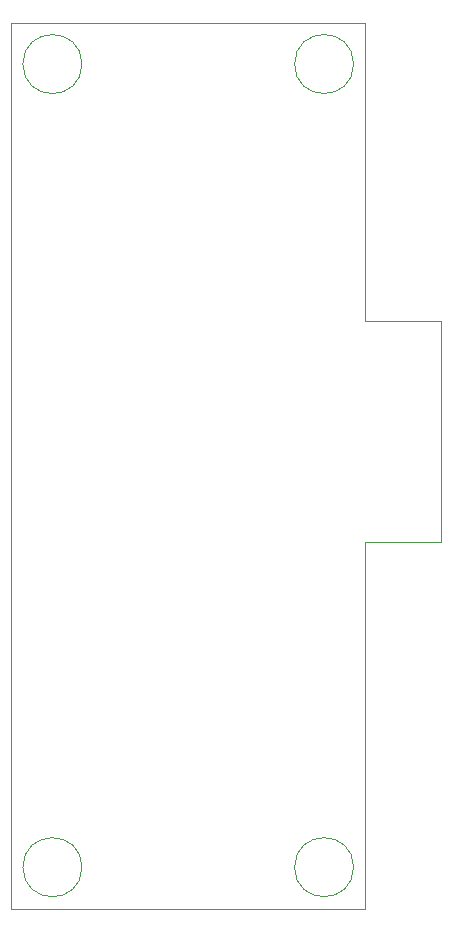
<source format=gbr>
%TF.GenerationSoftware,KiCad,Pcbnew,8.0.2*%
%TF.CreationDate,2024-06-27T22:03:59-04:00*%
%TF.ProjectId,HackerMouseProject,4861636b-6572-44d6-9f75-736550726f6a,rev?*%
%TF.SameCoordinates,Original*%
%TF.FileFunction,Profile,NP*%
%FSLAX46Y46*%
G04 Gerber Fmt 4.6, Leading zero omitted, Abs format (unit mm)*
G04 Created by KiCad (PCBNEW 8.0.2) date 2024-06-27 22:03:59*
%MOMM*%
%LPD*%
G01*
G04 APERTURE LIST*
%TA.AperFunction,Profile*%
%ADD10C,0.050000*%
%TD*%
G04 APERTURE END LIST*
D10*
X189000000Y-37500000D02*
G75*
G02*
X184000000Y-37500000I-2500000J0D01*
G01*
X184000000Y-37500000D02*
G75*
G02*
X189000000Y-37500000I2500000J0D01*
G01*
X166000000Y-37500000D02*
G75*
G02*
X161000000Y-37500000I-2500000J0D01*
G01*
X161000000Y-37500000D02*
G75*
G02*
X166000000Y-37500000I2500000J0D01*
G01*
X166000000Y-105500000D02*
G75*
G02*
X161000000Y-105500000I-2500000J0D01*
G01*
X161000000Y-105500000D02*
G75*
G02*
X166000000Y-105500000I2500000J0D01*
G01*
X189000000Y-105500000D02*
G75*
G02*
X184000000Y-105500000I-2500000J0D01*
G01*
X184000000Y-105500000D02*
G75*
G02*
X189000000Y-105500000I2500000J0D01*
G01*
X190000000Y-109000000D02*
X190000000Y-78000000D01*
X190000000Y-78000000D02*
X196400000Y-78000000D01*
X160000000Y-34000000D02*
X160000000Y-109000000D01*
X196400000Y-59250000D02*
X190000000Y-59250000D01*
X190000000Y-34000000D02*
X160000000Y-34000000D01*
X190000000Y-59250000D02*
X190000000Y-34000000D01*
X160000000Y-109000000D02*
X190000000Y-109000000D01*
X196400000Y-78000000D02*
X196400000Y-59250000D01*
M02*

</source>
